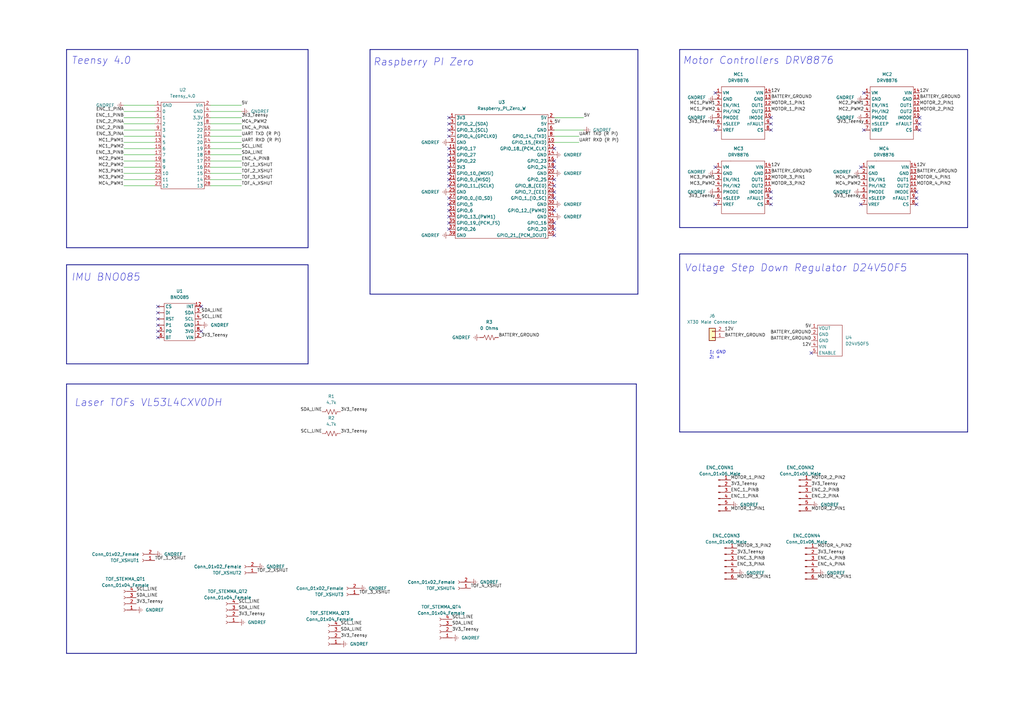
<source format=kicad_sch>
(kicad_sch (version 20211123) (generator eeschema)
  (paper "A3")
  (lib_symbols
    (symbol "Connector:Conn_01x02_Female" (pin_names (offset 1.016) hide)
      (property "Reference" "J" (at 0 2.54 0))
      (property "Value" "Conn_01x02_Female" (at 0 -5.08 0))
      (symbol "Conn_01x02_Female_1_1"
        (arc (start 0 -2.032) (mid -0.508 -2.54) (end 0 -3.048) (stroke (width 0.1524)))
        (polyline (pts (xy -1.27 -2.54) (xy -0.508 -2.54)) (stroke (width 0.1524)))
        (polyline (pts (xy -1.27 0) (xy -0.508 0)) (stroke (width 0.1524)))
        (arc (start 0 0.508) (mid -0.508 0) (end 0 -0.508) (stroke (width 0.1524)))
        (pin passive line (at -5.08 0 0) (length 3.81) (name "Pin_1") (number "1"))
        (pin passive line (at -5.08 -2.54 0) (length 3.81) (name "Pin_2") (number "2"))
      )
    )
    (symbol "Connector:Conn_01x04_Female" (pin_names (offset 1.016) hide)
      (property "Reference" "J" (at 0 5.08 0))
      (property "Value" "Conn_01x04_Female" (at 0 -7.62 0))
      (symbol "Conn_01x04_Female_1_1"
        (arc (start 0 -4.572) (mid -0.508 -5.08) (end 0 -5.588) (stroke (width 0.1524)))
        (arc (start 0 -2.032) (mid -0.508 -2.54) (end 0 -3.048) (stroke (width 0.1524)))
        (polyline (pts (xy -1.27 -5.08) (xy -0.508 -5.08)) (stroke (width 0.1524)))
        (polyline (pts (xy -1.27 -2.54) (xy -0.508 -2.54)) (stroke (width 0.1524)))
        (polyline (pts (xy -1.27 0) (xy -0.508 0)) (stroke (width 0.1524)))
        (polyline (pts (xy -1.27 2.54) (xy -0.508 2.54)) (stroke (width 0.1524)))
        (arc (start 0 0.508) (mid -0.508 0) (end 0 -0.508) (stroke (width 0.1524)))
        (arc (start 0 3.048) (mid -0.508 2.54) (end 0 2.032) (stroke (width 0.1524)))
        (pin passive line (at -5.08 2.54 0) (length 3.81) (name "Pin_1") (number "1"))
        (pin passive line (at -5.08 0 0) (length 3.81) (name "Pin_2") (number "2"))
        (pin passive line (at -5.08 -2.54 0) (length 3.81) (name "Pin_3") (number "3"))
        (pin passive line (at -5.08 -5.08 0) (length 3.81) (name "Pin_4") (number "4"))
      )
    )
    (symbol "Connector:Conn_01x06_Male" (pin_names (offset 1.016) hide)
      (property "Reference" "J" (at 0 7.62 0))
      (property "Value" "Conn_01x06_Male" (at 0 -10.16 0))
      (symbol "Conn_01x06_Male_1_1"
        (polyline (pts (xy 1.27 -7.62) (xy 0.8636 -7.62)) (stroke (width 0.1524)))
        (polyline (pts (xy 1.27 -5.08) (xy 0.8636 -5.08)) (stroke (width 0.1524)))
        (polyline (pts (xy 1.27 -2.54) (xy 0.8636 -2.54)) (stroke (width 0.1524)))
        (polyline (pts (xy 1.27 0) (xy 0.8636 0)) (stroke (width 0.1524)))
        (polyline (pts (xy 1.27 2.54) (xy 0.8636 2.54)) (stroke (width 0.1524)))
        (polyline (pts (xy 1.27 5.08) (xy 0.8636 5.08)) (stroke (width 0.1524)))
        (rectangle (start 0.8636 -7.493) (end 0 -7.747) (stroke (width 0.1524)) (fill (type outline)))
        (rectangle (start 0.8636 -4.953) (end 0 -5.207) (stroke (width 0.1524)) (fill (type outline)))
        (rectangle (start 0.8636 -2.413) (end 0 -2.667) (stroke (width 0.1524)) (fill (type outline)))
        (rectangle (start 0.8636 0.127) (end 0 -0.127) (stroke (width 0.1524)) (fill (type outline)))
        (rectangle (start 0.8636 2.667) (end 0 2.413) (stroke (width 0.1524)) (fill (type outline)))
        (rectangle (start 0.8636 5.207) (end 0 4.953) (stroke (width 0.1524)) (fill (type outline)))
        (pin passive line (at 5.08 5.08 180) (length 3.81) (name "Pin_1") (number "1"))
        (pin passive line (at 5.08 2.54 180) (length 3.81) (name "Pin_2") (number "2"))
        (pin passive line (at 5.08 0 180) (length 3.81) (name "Pin_3") (number "3"))
        (pin passive line (at 5.08 -2.54 180) (length 3.81) (name "Pin_4") (number "4"))
        (pin passive line (at 5.08 -5.08 180) (length 3.81) (name "Pin_5") (number "5"))
        (pin passive line (at 5.08 -7.62 180) (length 3.81) (name "Pin_6") (number "6"))
      )
    )
    (symbol "Connector_Generic:Conn_01x02" (pin_names (offset 1.016) hide)
      (property "Reference" "J" (at 0 2.54 0))
      (property "Value" "Conn_01x02" (at 0 -5.08 0))
      (symbol "Conn_01x02_1_1"
        (rectangle (start -1.27 -2.413) (end 0 -2.667) (stroke (width 0.1524)))
        (rectangle (start -1.27 0.127) (end 0 -0.127) (stroke (width 0.1524)))
        (rectangle (start -1.27 1.27) (end 1.27 -3.81) (stroke (width 0.254)) (fill (type background)))
        (pin passive line (at -5.08 0 0) (length 3.81) (name "Pin_1") (number "1"))
        (pin passive line (at -5.08 -2.54 0) (length 3.81) (name "Pin_2") (number "2"))
      )
    )
    (symbol "DRV8876_1"
      (property "Reference" "MC1" (at -8.255 -3.81 0))
      (property "Value" "DRV8876_1" (at -8.255 -6.35 0))
      (symbol "DRV8876_1_0_1"
        (rectangle (start -19.05 -16.51) (end -19.05 -16.51))
        (rectangle (start -15.24 -8.89) (end -15.24 -8.89))
        (rectangle (start -15.24 -8.89) (end 2.54 -30.48))
        (rectangle (start -11.43 -17.78) (end -11.43 -17.78))
        (rectangle (start -11.43 -8.89) (end -11.43 -8.89))
      )
      (symbol "DRV8876_1_1_1"
        (pin power_in line (at -17.78 -11.43 0) (length 2.54) (name "VM") (number "1"))
        (pin input line (at 5.08 -21.59 180) (length 2.54) (name "IMODE") (number "10"))
        (pin output line (at 5.08 -19.05 180) (length 2.54) (name "OUT2") (number "11"))
        (pin output line (at 5.08 -16.51 180) (length 2.54) (name "OUT1") (number "12"))
        (pin power_out line (at 5.08 -13.97 180) (length 2.54) (name "GND") (number "13"))
        (pin power_in line (at 5.08 -11.43 180) (length 2.54) (name "VIN") (number "14"))
        (pin power_out line (at -17.78 -13.97 0) (length 2.54) (name "GND") (number "2"))
        (pin input line (at -17.78 -16.51 0) (length 2.54) (name "EN/IN1") (number "3"))
        (pin input line (at -17.78 -19.05 0) (length 2.54) (name "PH/IN2") (number "4"))
        (pin input line (at -17.78 -21.59 0) (length 2.54) (name "PMODE") (number "5"))
        (pin input line (at -17.78 -24.13 0) (length 2.54) (name "nSLEEP") (number "6"))
        (pin input line (at -17.78 -26.67 0) (length 2.54) (name "VREF") (number "7"))
        (pin input line (at 5.08 -26.67 180) (length 2.54) (name "CS") (number "8"))
        (pin open_emitter line (at 5.08 -24.13 180) (length 2.54) (name "nFAULT") (number "9"))
      )
    )
    (symbol "Device:R_US" (pin_numbers hide) (pin_names (offset 0))
      (property "Reference" "R" (at 2.54 0 90))
      (property "Value" "R_US" (at -2.54 0 90))
      (symbol "R_US_0_1"
        (polyline (pts (xy 0 -2.286) (xy 0 -2.54)))
        (polyline (pts (xy 0 2.286) (xy 0 2.54)))
        (polyline (pts (xy 0 -0.762) (xy 1.016 -1.143) (xy 0 -1.524) (xy -1.016 -1.905) (xy 0 -2.286)))
        (polyline (pts (xy 0 0.762) (xy 1.016 0.381) (xy 0 0) (xy -1.016 -0.381) (xy 0 -0.762)))
        (polyline (pts (xy 0 2.286) (xy 1.016 1.905) (xy 0 1.524) (xy -1.016 1.143) (xy 0 0.762)))
      )
      (symbol "R_US_1_1"
        (pin passive line (at 0 3.81 270) (length 1.27) (name "~") (number "1"))
        (pin passive line (at 0 -3.81 90) (length 1.27) (name "~") (number "2"))
      )
    )
    (symbol "board1_libs:BNO085"
      (property "Reference" "U1" (at 0 3.81 0))
      (property "Value" "BNO085" (at 0 1.27 0))
      (symbol "BNO085_0_1"
        (rectangle (start -6.35 -1.27) (end 6.35 -16.51))
      )
      (symbol "BNO085_1_1"
        (pin input line (at -8.89 -2.54 0) (length 2.54) (name "CS") (number ""))
        (pin input line (at -8.89 -5.08 0) (length 2.54) (name "DI") (number ""))
        (pin input line (at -8.89 -10.16 0) (length 2.54) (name "P1") (number ""))
        (pin input line (at -8.89 -7.62 0) (length 2.54) (name "RST") (number ""))
        (pin input line (at 8.89 -10.16 180) (length 2.54) (name "GND") (number "1"))
        (pin input line (at 8.89 -2.54 180) (length 2.54) (name "INT") (number "12"))
        (pin input line (at 8.89 -15.24 180) (length 2.54) (name "VIN") (number "2"))
        (pin bidirectional line (at 8.89 -5.08 180) (length 2.54) (name "SDA") (number "3"))
        (pin bidirectional line (at 8.89 -7.62 180) (length 2.54) (name "SCL") (number "4"))
        (pin input line (at -8.89 -12.7 0) (length 2.54) (name "P0") (number "5"))
        (pin input line (at -8.89 -15.24 0) (length 2.54) (name "BT") (number "6"))
        (pin input line (at 8.89 -12.7 180) (length 2.54) (name "3V0") (number "8"))
      )
    )
    (symbol "board1_libs:D24V50F5"
      (property "Reference" "U" (at 0 2.54 0))
      (property "Value" "D24V50F5" (at 0 5.08 0))
      (symbol "D24V50F5_0_1"
        (rectangle (start -5.08 1.27) (end 5.08 -11.43))
      )
      (symbol "D24V50F5_1_1"
        (pin output line (at -7.62 0 0) (length 2.54) (name "VOUT") (number "1"))
        (pin output line (at -7.62 -2.54 0) (length 2.54) (name "GND") (number "2"))
        (pin output line (at -7.62 -5.08 0) (length 2.54) (name "GND") (number "3"))
        (pin input line (at -7.62 -7.62 0) (length 2.54) (name "VIN") (number "4"))
        (pin input line (at -7.62 -10.16 0) (length 2.54) (name "ENABLE") (number "5"))
      )
    )
    (symbol "board1_libs:Raspberry_PI_Zero_W"
      (property "Reference" "U3" (at 0 3.81 0))
      (property "Value" "Raspberry_PI_Zero_W" (at 0 1.27 0))
      (symbol "Raspberry_PI_Zero_W_0_1"
        (rectangle (start -19.05 -1.27) (end 19.05 -52.07))
      )
      (symbol "Raspberry_PI_Zero_W_1_1"
        (pin input line (at -21.59 -2.54 0) (length 2.54) (name "3V3") (number "1"))
        (pin input line (at 21.59 -12.7 180) (length 2.54) (name "GPIO_15_(RXD)") (number "10"))
        (pin input line (at -21.59 -15.24 0) (length 2.54) (name "GPIO_17") (number "11"))
        (pin input line (at 21.59 -15.24 180) (length 2.54) (name "GPIO_18_(PCM_CLK)") (number "12"))
        (pin input line (at -21.59 -17.78 0) (length 2.54) (name "GPIO_27") (number "13"))
        (pin input line (at 21.59 -17.78 180) (length 2.54) (name "GND") (number "14"))
        (pin input line (at -21.59 -20.32 0) (length 2.54) (name "GPIO_22") (number "15"))
        (pin input line (at 21.59 -20.32 180) (length 2.54) (name "GPIO_23") (number "16"))
        (pin input line (at -21.59 -22.86 0) (length 2.54) (name "3V3") (number "17"))
        (pin input line (at 21.59 -22.86 180) (length 2.54) (name "GPIO_24") (number "18"))
        (pin input line (at -21.59 -25.4 0) (length 2.54) (name "GPIO_10_(MOSI)") (number "19"))
        (pin input line (at 21.59 -2.54 180) (length 2.54) (name "5V") (number "2"))
        (pin input line (at 21.59 -25.4 180) (length 2.54) (name "GND") (number "20"))
        (pin input line (at -21.59 -27.94 0) (length 2.54) (name "GPIO_9_(MISO)") (number "21"))
        (pin input line (at 21.59 -27.94 180) (length 2.54) (name "GPIO_25") (number "22"))
        (pin input line (at -21.59 -30.48 0) (length 2.54) (name "GPIO_11_(SCLK)") (number "23"))
        (pin input line (at 21.59 -30.48 180) (length 2.54) (name "GPIO_8_(CE0)") (number "24"))
        (pin input line (at -21.59 -33.02 0) (length 2.54) (name "GND") (number "25"))
        (pin input line (at 21.59 -33.02 180) (length 2.54) (name "GPIO_7_(CE1)") (number "26"))
        (pin input line (at -21.59 -35.56 0) (length 2.54) (name "GPIO_0_(ID_SD)") (number "27"))
        (pin input line (at 21.59 -35.56 180) (length 2.54) (name "GPIO_1_(ID_SC)") (number "28"))
        (pin input line (at -21.59 -38.1 0) (length 2.54) (name "GPIO_5") (number "29"))
        (pin input line (at -21.59 -5.08 0) (length 2.54) (name "GPIO_2_(SDA)") (number "3"))
        (pin input line (at 21.59 -38.1 180) (length 2.54) (name "GND") (number "30"))
        (pin input line (at -21.59 -40.64 0) (length 2.54) (name "GPIO_6") (number "31"))
        (pin input line (at 21.59 -40.64 180) (length 2.54) (name "GPIO_12_(PWM0)") (number "32"))
        (pin input line (at -21.59 -43.18 0) (length 2.54) (name "GPIO_13_(PWM1)") (number "33"))
        (pin input line (at 21.59 -43.18 180) (length 2.54) (name "GND") (number "34"))
        (pin input line (at -21.59 -45.72 0) (length 2.54) (name "GPIO_19_(PCM_FS)") (number "35"))
        (pin input line (at 21.59 -45.72 180) (length 2.54) (name "GPIO_16") (number "36"))
        (pin input line (at -21.59 -48.26 0) (length 2.54) (name "GPIO_26") (number "37"))
        (pin input line (at 21.59 -48.26 180) (length 2.54) (name "GPIO_20") (number "38"))
        (pin input line (at -21.59 -50.8 0) (length 2.54) (name "GND") (number "39"))
        (pin input line (at 21.59 -5.08 180) (length 2.54) (name "5V") (number "4"))
        (pin input line (at 21.59 -50.8 180) (length 2.54) (name "GPIO_21_(PCM_DOUT)") (number "40"))
        (pin input line (at -21.59 -7.62 0) (length 2.54) (name "GPIO_3_(SCL)") (number "5"))
        (pin input line (at 21.59 -7.62 180) (length 2.54) (name "GND") (number "6"))
        (pin input line (at -21.59 -10.16 0) (length 2.54) (name "GPIO_4_(GPCLK0)") (number "7"))
        (pin input line (at 21.59 -10.16 180) (length 2.54) (name "GPIO_14_(TXD)") (number "8"))
        (pin input line (at -21.59 -12.7 0) (length 2.54) (name "GND") (number "9"))
      )
    )
    (symbol "board1_libs:Teensy_4.0"
      (property "Reference" "U2" (at 0 2.54 0))
      (property "Value" "Teensy_4.0" (at 0 0 0))
      (symbol "Teensy_4.0_0_1"
        (rectangle (start -8.89 -2.54) (end 8.89 -38.1))
      )
      (symbol "Teensy_4.0_1_0"
        (pin input line (at 11.43 -6.35 180) (length 2.54) (name "GND") (number "4"))
      )
      (symbol "Teensy_4.0_1_1"
        (pin input line (at -11.43 -3.81 0) (length 2.54) (name "GND") (number "1"))
        (pin input line (at 11.43 -13.97 180) (length 2.54) (name "22") (number "10"))
        (pin input line (at -11.43 -16.51 0) (length 2.54) (name "4") (number "11"))
        (pin input line (at 11.43 -16.51 180) (length 2.54) (name "21") (number "12"))
        (pin input line (at -11.43 -19.05 0) (length 2.54) (name "5") (number "13"))
        (pin input line (at 11.43 -19.05 180) (length 2.54) (name "20") (number "14"))
        (pin input line (at -11.43 -21.59 0) (length 2.54) (name "6") (number "15"))
        (pin input line (at 11.43 -21.59 180) (length 2.54) (name "19") (number "16"))
        (pin input line (at -11.43 -24.13 0) (length 2.54) (name "7") (number "17"))
        (pin input line (at 11.43 -24.13 180) (length 2.54) (name "18") (number "18"))
        (pin input line (at -11.43 -26.67 0) (length 2.54) (name "8") (number "19"))
        (pin input line (at 11.43 -3.81 180) (length 2.54) (name "Vin") (number "2"))
        (pin input line (at 11.43 -26.67 180) (length 2.54) (name "17") (number "20"))
        (pin input line (at -11.43 -29.21 0) (length 2.54) (name "9") (number "21"))
        (pin input line (at 11.43 -29.21 180) (length 2.54) (name "16") (number "22"))
        (pin input line (at -11.43 -31.75 0) (length 2.54) (name "10") (number "23"))
        (pin input line (at 11.43 -31.75 180) (length 2.54) (name "15") (number "24"))
        (pin input line (at -11.43 -34.29 0) (length 2.54) (name "11") (number "25"))
        (pin input line (at 11.43 -34.29 180) (length 2.54) (name "14") (number "26"))
        (pin input line (at -11.43 -36.83 0) (length 2.54) (name "12") (number "27"))
        (pin input line (at 11.43 -36.83 180) (length 2.54) (name "13") (number "28"))
        (pin input line (at -11.43 -6.35 0) (length 2.54) (name "0") (number "3"))
        (pin input line (at -11.43 -8.89 0) (length 2.54) (name "1") (number "5"))
        (pin input line (at 11.43 -8.89 180) (length 2.54) (name "3.3V") (number "6"))
        (pin input line (at -11.43 -11.43 0) (length 2.54) (name "2") (number "7"))
        (pin input line (at 11.43 -11.43 180) (length 2.54) (name "23") (number "8"))
        (pin input line (at -11.43 -13.97 0) (length 2.54) (name "3") (number "9"))
      )
    )
    (symbol "power:GNDREF" (power) (pin_names (offset 0))
      (property "Value" "GNDREF" (at 0 -3.81 0))
      (symbol "GNDREF_0_1"
        (polyline (pts (xy -0.635 -1.905) (xy 0.635 -1.905)))
        (polyline (pts (xy -0.127 -2.54) (xy 0.127 -2.54)))
        (polyline (pts (xy 0 -1.27) (xy 0 0)))
        (polyline (pts (xy 1.27 -1.27) (xy -1.27 -1.27)))
      )
      (symbol "GNDREF_1_1"
        (pin power_in line (at 0 0 270) (length 0) hide (name "GNDREF") (number "1"))
      )
    )
  )
  (no_connect (at 354.33 38.1))
  (no_connect (at 316.23 78.74))
  (no_connect (at 354.33 53.34))
  (no_connect (at 377.19 48.26))
  (no_connect (at 184.15 50.8))
  (no_connect (at 184.15 53.34))
  (no_connect (at 227.33 93.98))
  (no_connect (at 293.37 38.1))
  (no_connect (at 316.23 53.34))
  (no_connect (at 316.23 50.8))
  (no_connect (at 293.37 53.34))
  (no_connect (at 184.15 86.36))
  (no_connect (at 184.15 83.82))
  (no_connect (at 227.33 91.44))
  (no_connect (at 332.74 144.78))
  (no_connect (at 316.23 83.82))
  (no_connect (at 316.23 48.26))
  (no_connect (at 64.77 135.89))
  (no_connect (at 64.77 138.43))
  (no_connect (at 64.77 130.81))
  (no_connect (at 64.77 128.27))
  (no_connect (at 64.77 133.35))
  (no_connect (at 82.55 135.89))
  (no_connect (at 64.77 125.73))
  (no_connect (at 375.92 81.28))
  (no_connect (at 377.19 53.34))
  (no_connect (at 375.92 78.74))
  (no_connect (at 377.19 50.8))
  (no_connect (at 375.92 83.82))
  (no_connect (at 316.23 81.28))
  (no_connect (at 353.06 83.82))
  (no_connect (at 293.37 68.58))
  (no_connect (at 227.33 96.52))
  (no_connect (at 184.15 48.26))
  (no_connect (at 184.15 88.9))
  (no_connect (at 184.15 91.44))
  (no_connect (at 184.15 93.98))
  (no_connect (at 184.15 60.96))
  (no_connect (at 184.15 55.88))
  (no_connect (at 184.15 76.2))
  (no_connect (at 184.15 81.28))
  (no_connect (at 184.15 68.58))
  (no_connect (at 184.15 66.04))
  (no_connect (at 184.15 63.5))
  (no_connect (at 184.15 71.12))
  (no_connect (at 184.15 73.66))
  (no_connect (at 227.33 68.58))
  (no_connect (at 227.33 66.04))
  (no_connect (at 227.33 60.96))
  (no_connect (at 227.33 81.28))
  (no_connect (at 227.33 78.74))
  (no_connect (at 227.33 76.2))
  (no_connect (at 227.33 86.36))
  (no_connect (at 227.33 73.66))
  (no_connect (at 353.06 68.58))
  (no_connect (at 293.37 83.82))
  (no_connect (at 82.55 125.73))
  (wire (pts (xy 86.36 55.88) (xy 99.06 55.88)))
  (wire (pts (xy 227.33 48.26) (xy 239.395 48.26)))
  (bus (pts (xy 278.765 20.32) (xy 278.765 93.345)))
  (bus (pts (xy 126.365 149.225) (xy 27.305 149.225)))
  (bus (pts (xy 126.365 101.6) (xy 27.305 101.6)))
  (wire (pts (xy 50.8 76.2) (xy 63.5 76.2)))
  (bus (pts (xy 278.765 104.14) (xy 278.765 177.165)))
  (wire (pts (xy 50.8 58.42) (xy 63.5 58.42)))
  (bus (pts (xy 27.305 20.32) (xy 126.365 20.32)))
  (wire (pts (xy 86.36 63.5) (xy 99.06 63.5)))
  (bus (pts (xy 396.875 177.165) (xy 278.765 177.165)))
  (wire (pts (xy 50.8 48.26) (xy 63.5 48.26)))
  (wire (pts (xy 86.36 50.8) (xy 99.06 50.8)))
  (bus (pts (xy 260.985 157.48) (xy 260.985 267.97)))
  (bus (pts (xy 278.765 104.14) (xy 396.875 104.14)))
  (wire (pts (xy 86.36 60.96) (xy 99.06 60.96)))
  (bus (pts (xy 151.765 120.65) (xy 151.765 20.32)))
  (bus (pts (xy 151.765 20.32) (xy 261.62 20.32)))
  (wire (pts (xy 86.36 53.34) (xy 99.06 53.34)))
  (bus (pts (xy 261.62 120.65) (xy 151.765 120.65)))
  (wire (pts (xy 50.8 60.96) (xy 63.5 60.96)))
  (wire (pts (xy 86.36 66.04) (xy 99.06 66.04)))
  (wire (pts (xy 50.8 53.34) (xy 63.5 53.34)))
  (bus (pts (xy 27.305 108.585) (xy 27.305 149.225)))
  (bus (pts (xy 260.985 267.97) (xy 27.305 267.97)))
  (bus (pts (xy 396.875 20.32) (xy 396.875 93.345)))
  (wire (pts (xy 86.36 68.58) (xy 99.06 68.58)))
  (bus (pts (xy 396.875 104.14) (xy 396.875 177.165)))
  (wire (pts (xy 50.8 63.5) (xy 63.5 63.5)))
  (bus (pts (xy 126.365 20.32) (xy 126.365 101.6)))
  (wire (pts (xy 50.8 71.12) (xy 63.5 71.12)))
  (bus (pts (xy 27.305 157.48) (xy 260.985 157.48)))
  (bus (pts (xy 261.62 20.32) (xy 261.62 120.65)))
  (wire (pts (xy 50.8 68.58) (xy 63.5 68.58)))
  (wire (pts (xy 50.8 55.88) (xy 63.5 55.88)))
  (wire (pts (xy 86.36 58.42) (xy 99.06 58.42)))
  (bus (pts (xy 396.875 20.32) (xy 278.765 20.32)))
  (bus (pts (xy 27.305 108.585) (xy 126.365 108.585)))
  (wire (pts (xy 227.33 53.34) (xy 239.395 53.34)))
  (wire (pts (xy 86.36 71.12) (xy 99.06 71.12)))
  (wire (pts (xy 50.8 50.8) (xy 63.5 50.8)))
  (bus (pts (xy 27.305 157.48) (xy 27.305 267.97)))
  (bus (pts (xy 27.305 101.6) (xy 27.305 20.32)))
  (wire (pts (xy 227.33 55.88) (xy 237.49 55.88)))
  (bus (pts (xy 126.365 108.585) (xy 126.365 149.225)))
  (wire (pts (xy 86.36 76.2) (xy 99.06 76.2)))
  (wire (pts (xy 50.8 66.04) (xy 63.5 66.04)))
  (wire (pts (xy 86.36 43.18) (xy 99.06 43.18)))
  (bus (pts (xy 278.765 93.345) (xy 396.875 93.345)))
  (wire (pts (xy 227.33 58.42) (xy 237.49 58.42)))
  (wire (pts (xy 86.36 73.66) (xy 99.06 73.66)))
  (wire (pts (xy 86.36 48.26) (xy 99.06 48.26)))
  (wire (pts (xy 50.8 73.66) (xy 63.5 73.66)))
  (wire (pts (xy 50.8 45.72) (xy 63.5 45.72)))
  (wire (pts (xy 50.8 43.18) (xy 63.5 43.18)))
  (wire (pts (xy 86.36 45.72) (xy 99.06 45.72)))
  (text "Laser TOFs VL53L4CXV0DH" (at 30.48 167.005 0) (effects (font (size 3 3) italic) (justify left bottom)))
  (text "Teensy 4.0" (at 29.21 26.67 0) (effects (font (size 3 3) italic) (justify left bottom)))
  (text "1: GND\n2: +" (at 290.83 147.32 0) (effects (font (size 1.27 1.27) italic) (justify left bottom)))
  (text "Motor Controllers DRV8876" (at 280.035 26.67 0) (effects (font (size 3 3) italic) (justify left bottom)))
  (text "Raspberry PI Zero" (at 153.035 27.305 0) (effects (font (size 3 3) italic) (justify left bottom)))
  (text "IMU BNO085\n" (at 29.21 115.57 0) (effects (font (size 3 3) italic) (justify left bottom)))
  (text "Voltage Step Down Regulator D24V50F5" (at 280.67 111.76 0) (effects (font (size 3 3) italic) (justify left bottom)))
  (label "MC1_PWM2" (at 50.8 60.96 180))
  (label "TOF_3_XSHUT" (at 147.32 243.84 0))
  (label "TOF_1_XSHUT" (at 63.5 229.87 0))
  (label "MOTOR_1_PIN1" (at 316.23 43.18 0))
  (label "3V3_Teensy" (at 185.42 259.08 0))
  (label "MOTOR_2_PIN2" (at 377.19 45.72 0))
  (label "BATTERY_GROUND" (at 297.18 138.43 0))
  (label "SDA_LINE" (at 55.88 245.11 0))
  (label "3V3_Teensy" (at 335.28 227.33 0))
  (label "TOF_4_XSHUT" (at 193.04 241.3 0))
  (label "12V" (at 316.23 38.1 0))
  (label "ENC_3_PINA" (at 50.8 55.88 180))
  (label "TOF_2_XSHUT" (at 99.06 71.12 0))
  (label "MOTOR_1_PIN1" (at 299.72 209.55 0))
  (label "MC2_PWM1" (at 354.33 43.18 180))
  (label "BATTERY_GROUND" (at 377.19 40.64 0))
  (label "MOTOR_2_PIN1" (at 377.19 43.18 0))
  (label "MC3_PWM2" (at 293.37 76.2 180))
  (label "MOTOR_3_PIN2" (at 316.23 76.2 0))
  (label "BATTERY_GROUND" (at 375.92 71.12 0))
  (label "ENC_1_PINA" (at 299.72 204.47 0))
  (label "TOF_4_XSHUT" (at 99.06 76.2 0))
  (label "5V" (at 227.33 50.8 0))
  (label "BATTERY_GROUND" (at 316.23 40.64 0))
  (label "MC3_PWM1" (at 50.8 71.12 180))
  (label "ENC_4_PINB" (at 99.06 66.04 0))
  (label "MOTOR_2_PIN2" (at 332.74 196.85 0))
  (label "SCL_LINE" (at 99.06 60.96 0))
  (label "3V3_Teensy" (at 82.55 138.43 0))
  (label "MOTOR_3_PIN2" (at 302.26 224.79 0))
  (label "ENC_4_PINA" (at 335.28 232.41 0))
  (label "UART TXD (R PI)" (at 99.06 55.88 0))
  (label "MOTOR_3_PIN1" (at 302.26 237.49 0))
  (label "UART RXD (R PI)" (at 237.49 58.42 0))
  (label "3V3_Teensy" (at 139.7 261.62 0))
  (label "ENC_1_PINB" (at 50.8 48.26 180))
  (label "5V" (at 239.395 48.26 0))
  (label "MOTOR_1_PIN2" (at 299.72 196.85 0))
  (label "SCL_LINE" (at 185.42 254 0))
  (label "UART RXD (R PI)" (at 99.06 58.42 0))
  (label "MC4_PWM1" (at 50.8 76.2 180))
  (label "SDA_LINE" (at 82.55 128.27 0))
  (label "MOTOR_3_PIN1" (at 316.23 73.66 0))
  (label "MC4_PWM1" (at 353.06 73.66 180))
  (label "MOTOR_4_PIN1" (at 335.28 237.49 0))
  (label "3V3_Teensy" (at 353.06 81.28 180))
  (label "3V3_Teensy" (at 139.7 177.8 0))
  (label "5V" (at 99.06 43.18 0))
  (label "3V3_Teensy" (at 293.37 50.8 180))
  (label "BATTERY_GROUND" (at 332.74 139.7 180))
  (label "ENC_2_PINB" (at 50.8 53.34 180))
  (label "TOF_3_XSHUT" (at 99.06 73.66 0))
  (label "ENC_2_PINA" (at 50.8 50.8 180))
  (label "5V" (at 332.74 134.62 180))
  (label "SDA_LINE" (at 97.79 250.19 0))
  (label "SDA_LINE" (at 132.08 168.91 180))
  (label "SCL_LINE" (at 97.79 247.65 0))
  (label "12V" (at 297.18 135.89 0))
  (label "3V3_Teensy" (at 293.37 81.28 180))
  (label "3V3_Teensy" (at 55.88 247.65 0))
  (label "3V3_Teensy" (at 302.26 227.33 0))
  (label "MC1_PWM1" (at 50.8 58.42 180))
  (label "ENC_2_PINB" (at 332.74 201.93 0))
  (label "MOTOR_4_PIN1" (at 375.92 73.66 0))
  (label "ENC_3_PINB" (at 302.26 229.87 0))
  (label "MC2_PWM2" (at 50.8 68.58 180))
  (label "12V" (at 332.74 142.24 180))
  (label "SDA_LINE" (at 139.7 259.08 0))
  (label "SDA_LINE" (at 185.42 256.54 0))
  (label "UART TXD (R PI)" (at 237.49 55.88 0))
  (label "MC3_PWM2" (at 50.8 73.66 180))
  (label "ENC_1_PINA" (at 50.8 45.72 180))
  (label "SCL_LINE" (at 132.08 177.8 180))
  (label "BATTERY_GROUND" (at 332.74 137.16 180))
  (label "SCL_LINE" (at 55.88 242.57 0))
  (label "SDA_LINE" (at 99.06 63.5 0))
  (label "BATTERY_GROUND" (at 204.47 138.43 0))
  (label "MC4_PWM2" (at 99.06 50.8 0))
  (label "ENC_4_PINB" (at 335.28 229.87 0))
  (label "MC2_PWM1" (at 50.8 66.04 180))
  (label "MC1_PWM2" (at 293.37 45.72 180))
  (label "MC2_PWM2" (at 354.33 45.72 180))
  (label "3V3_Teensy" (at 332.74 199.39 0))
  (label "12V" (at 316.23 68.58 0))
  (label "BATTERY_GROUND" (at 316.23 71.12 0))
  (label "ENC_2_PINA" (at 332.74 204.47 0))
  (label "ENC_3_PINB" (at 50.8 63.5 180))
  (label "ENC_4_PINA" (at 99.06 53.34 0))
  (label "ENC_1_PINB" (at 299.72 201.93 0))
  (label "TOF_2_XSHUT" (at 105.41 234.95 0))
  (label "3V3_Teensy" (at 354.33 50.8 180))
  (label "12V" (at 375.92 68.58 0))
  (label "MOTOR_4_PIN2" (at 375.92 76.2 0))
  (label "MC3_PWM1" (at 293.37 73.66 180))
  (label "SCL_LINE" (at 139.7 256.54 0))
  (label "MC4_PWM2" (at 353.06 76.2 180))
  (label "SCL_LINE" (at 82.55 130.81 0))
  (label "MOTOR_2_PIN1" (at 332.74 209.55 0))
  (label "3V3_Teensy" (at 299.72 199.39 0))
  (label "MC1_PWM1" (at 293.37 43.18 180))
  (label "MOTOR_1_PIN2" (at 316.23 45.72 0))
  (label "3V3_Teensy" (at 99.06 48.26 0))
  (label "12V" (at 377.19 38.1 0))
  (label "TOF_1_XSHUT" (at 99.06 68.58 0))
  (label "3V3_Teensy" (at 97.79 252.73 0))
  (label "MOTOR_4_PIN2" (at 335.28 224.79 0))
  (label "3V3_Teensy" (at 139.7 168.91 0))
  (label "ENC_3_PINA" (at 302.26 232.41 0))
  (symbol (lib_id "power:GNDREF") (at 184.15 96.52 270) (unit 1)
    (property "Reference" "#PWR0118" (effects hide))
    (property "Value" "GNDREF" (at 180.34 96.5199 90) (effects (justify right)))
  )
  (symbol (lib_id "Connector:Conn_01x02_Female") (at 58.42 229.87 180) (unit 1)
    (property "Reference" "TOF_XSHUT1" (at 57.15 229.8701 0) (effects (justify left)))
    (property "Value" "Conn_01x02_Female" (at 57.15 227.33 0) (effects (justify left)))
    (property "Footprint" "Connector_PinSocket_2.54mm:PinSocket_1x02_P2.54mm_Vertical" (effects hide))
  )
  (symbol (lib_id "power:GNDREF") (at 139.7 264.16 90) (unit 1)
    (property "Reference" "#PWR011" (effects hide))
    (property "Value" "GNDREF" (at 143.51 264.1599 90) (effects (justify right)))
  )
  (symbol (lib_id "power:GNDREF") (at 227.33 83.82 90) (unit 1)
    (property "Reference" "#PWR0116" (effects hide))
    (property "Value" "GNDREF" (at 231.14 83.8199 90) (effects (justify right)))
  )
  (symbol (lib_id "Connector:Conn_01x06_Male") (at 297.18 229.87 0) (unit 1)
    (property "Reference" "ENC_CONN3" (at 297.815 219.71 0))
    (property "Value" "Conn_01x06_Male" (at 297.815 222.25 0))
    (property "Footprint" "Connector_PinSocket_2.54mm:PinSocket_1x06_P2.54mm_Vertical" (effects hide))
  )
  (symbol (lib_id "power:GNDREF") (at 185.42 261.62 90) (unit 1)
    (property "Reference" "#PWR013" (effects hide))
    (property "Value" "GNDREF" (at 189.23 261.6199 90) (effects (justify right)))
  )
  (symbol (lib_id "power:GNDREF") (at 63.5 227.33 90) (unit 1)
    (property "Reference" "#PWR08" (effects hide))
    (property "Value" "GNDREF" (at 67.31 227.3299 90) (effects (justify right)))
  )
  (symbol (lib_id "power:GNDREF") (at 97.79 255.27 90) (unit 1)
    (property "Reference" "#PWR09" (effects hide))
    (property "Value" "GNDREF" (at 101.6 255.2699 90) (effects (justify right)))
  )
  (symbol (lib_id "Connector:Conn_01x02_Female") (at 187.96 241.3 180) (unit 1)
    (property "Reference" "TOF_XSHUT4" (at 186.69 241.3001 0) (effects (justify left)))
    (property "Value" "Conn_01x02_Female" (at 186.69 238.76 0) (effects (justify left)))
    (property "Footprint" "Connector_PinSocket_2.54mm:PinSocket_1x02_P2.54mm_Vertical" (effects hide))
  )
  (symbol (lib_id "Connector:Conn_01x02_Female") (at 142.24 243.84 180) (unit 1)
    (property "Reference" "TOF_XSHUT3" (at 140.97 243.8401 0) (effects (justify left)))
    (property "Value" "Conn_01x02_Female" (at 140.97 241.3 0) (effects (justify left)))
    (property "Footprint" "Connector_PinSocket_2.54mm:PinSocket_1x02_P2.54mm_Vertical" (effects hide))
  )
  (symbol (lib_id "power:GNDREF") (at 105.41 232.41 90) (unit 1)
    (property "Reference" "#PWR010" (effects hide))
    (property "Value" "GNDREF" (at 109.22 232.4099 90) (effects (justify right)))
  )
  (symbol (lib_id "Connector:Conn_01x04_Female") (at 50.8 247.65 180) (unit 1)
    (property "Reference" "TOF_STEMMA_QT1" (at 51.435 237.49 0))
    (property "Value" "Conn_01x04_Female" (at 51.435 240.03 0))
    (property "Footprint" "Connector_JST:JST_SH_BM04B-SRSS-TB_1x04-1MP_P1.00mm_Vertical" (effects hide))
  )
  (symbol (lib_id "power:GNDREF") (at 147.32 241.3 90) (unit 1)
    (property "Reference" "#PWR012" (effects hide))
    (property "Value" "GNDREF" (at 151.13 241.2999 90) (effects (justify right)))
  )
  (symbol (lib_id "power:GNDREF") (at 50.8 43.18 270) (unit 1)
    (property "Reference" "#PWR0103" (effects hide))
    (property "Value" "GNDREF" (at 46.99 43.1799 90) (effects (justify right)))
  )
  (symbol (lib_id "Connector:Conn_01x06_Male") (at 330.2 229.87 0) (unit 1)
    (property "Reference" "ENC_CONN4" (at 330.835 219.71 0))
    (property "Value" "Conn_01x06_Male" (at 330.835 222.25 0))
    (property "Footprint" "Connector_PinSocket_2.54mm:PinSocket_1x06_P2.54mm_Vertical" (effects hide))
  )
  (symbol (lib_id "power:GNDREF") (at 184.15 78.74 270) (unit 1)
    (property "Reference" "#PWR0119" (effects hide))
    (property "Value" "GNDREF" (at 180.34 78.7399 90) (effects (justify right)))
  )
  (symbol (lib_id "power:GNDREF") (at 82.55 133.35 90) (unit 1)
    (property "Reference" "#PWR0104" (effects hide))
    (property "Value" "GNDREF" (at 86.36 133.3499 90) (effects (justify right)))
  )
  (symbol (lib_id "power:GNDREF") (at 299.72 207.01 90) (unit 1)
    (property "Reference" "#PWR03" (effects hide))
    (property "Value" "GNDREF" (at 303.53 207.0099 90) (effects (justify right)))
  )
  (symbol (lib_id "power:GNDREF") (at 227.33 63.5 90) (unit 1)
    (property "Reference" "#PWR0112" (effects hide))
    (property "Value" "GNDREF" (at 231.14 63.4999 90) (effects (justify right)))
  )
  (symbol (lib_id "power:GNDREF") (at 293.37 48.26 270) (unit 1)
    (property "Reference" "#PWR0106" (effects hide))
    (property "Value" "GNDREF" (at 289.56 48.2599 90) (effects (justify right)))
  )
  (symbol (lib_id "power:GNDREF") (at 239.395 53.34 90) (unit 1)
    (property "Reference" "#PWR0107" (effects hide))
    (property "Value" "GNDREF" (at 243.205 53.3399 90) (effects (justify right)))
  )
  (symbol (lib_id "power:GNDREF") (at 227.33 71.12 90) (unit 1)
    (property "Reference" "#PWR0115" (effects hide))
    (property "Value" "GNDREF" (at 231.14 71.1199 90) (effects (justify right)))
  )
  (symbol (lib_name "DRV8876_1") (lib_id "board1_libs:DRV8876") (at 372.11 26.67 0) (unit 1)
    (property "Reference" "MC2" (at 363.855 30.48 0))
    (property "Value" "DRV8876" (at 363.855 33.02 0))
    (property "Footprint" "board1_footprints:DRV8876" (effects hide))
  )
  (symbol (lib_id "power:GNDREF") (at 353.06 78.74 270) (unit 1)
    (property "Reference" "#PWR0111" (effects hide))
    (property "Value" "GNDREF" (at 349.25 78.7399 90) (effects (justify right)))
  )
  (symbol (lib_id "board1_libs:Raspberry_PI_Zero_W") (at 205.74 45.72 0) (unit 1)
    (property "Reference" "U3" (at 205.74 41.91 0))
    (property "Value" "Raspberry_PI_Zero_W" (at 205.74 44.45 0))
    (property "Footprint" "board1_footprints:Raspberry Pi Zero W" (effects hide))
  )
  (symbol (lib_id "Connector:Conn_01x06_Male") (at 294.64 201.93 0) (unit 1)
    (property "Reference" "ENC_CONN1" (at 295.275 191.77 0))
    (property "Value" "Conn_01x06_Male" (at 295.275 194.31 0))
    (property "Footprint" "Connector_PinHeader_2.54mm:PinHeader_1x06_P2.54mm_Vertical" (effects hide))
  )
  (symbol (lib_name "DRV8876_1") (lib_id "board1_libs:DRV8876") (at 311.15 26.67 0) (unit 1)
    (property "Reference" "MC1" (at 302.895 30.48 0))
    (property "Value" "DRV8876" (at 302.895 33.02 0))
    (property "Footprint" "board1_footprints:DRV8876" (effects hide))
  )
  (symbol (lib_id "Connector_Generic:Conn_01x02") (at 292.1 138.43 180) (unit 1)
    (property "Reference" "J6" (at 292.1 129.54 0))
    (property "Value" "XT30 Male Connector" (at 292.1 132.08 0))
    (property "Footprint" "Connector_AMASS:AMASS_XT30U-M_1x02_P5.0mm_Vertical" (effects hide))
  )
  (symbol (lib_id "power:GNDREF") (at 293.37 40.64 270) (unit 1)
    (property "Reference" "#PWR0108" (effects hide))
    (property "Value" "GNDREF" (at 289.56 40.005 90) (effects (justify right)))
  )
  (symbol (lib_id "Connector:Conn_01x04_Female") (at 92.71 252.73 180) (unit 1)
    (property "Reference" "TOF_STEMMA_QT2" (at 93.345 242.57 0))
    (property "Value" "Conn_01x04_Female" (at 93.345 245.11 0))
    (property "Footprint" "Connector_JST:JST_SH_BM04B-SRSS-TB_1x04-1MP_P1.00mm_Vertical" (effects hide))
  )
  (symbol (lib_id "power:GNDREF") (at 293.37 71.12 270) (unit 1)
    (property "Reference" "#PWR0101" (effects hide))
    (property "Value" "GNDREF" (at 289.56 70.485 90) (effects (justify right)))
  )
  (symbol (lib_id "Connector:Conn_01x02_Female") (at 100.33 234.95 180) (unit 1)
    (property "Reference" "TOF_XSHUT2" (at 99.06 234.9501 0) (effects (justify left)))
    (property "Value" "Conn_01x02_Female" (at 99.06 232.41 0) (effects (justify left)))
    (property "Footprint" "Connector_PinSocket_2.54mm:PinSocket_1x02_P2.54mm_Vertical" (effects hide))
  )
  (symbol (lib_name "DRV8876_1") (lib_id "board1_libs:DRV8876") (at 370.84 57.15 0) (unit 1)
    (property "Reference" "MC4" (at 362.585 60.96 0))
    (property "Value" "DRV8876" (at 362.585 63.5 0))
    (property "Footprint" "board1_footprints:DRV8876" (effects hide))
  )
  (symbol (lib_id "Connector:Conn_01x06_Male") (at 327.66 201.93 0) (unit 1)
    (property "Reference" "ENC_CONN2" (at 328.295 191.77 0))
    (property "Value" "Conn_01x06_Male" (at 328.295 194.31 0))
    (property "Footprint" "Connector_PinSocket_2.54mm:PinSocket_1x06_P2.54mm_Vertical" (effects hide))
  )
  (symbol (lib_id "power:GNDREF") (at 184.15 58.42 270) (unit 1)
    (property "Reference" "#PWR0114" (effects hide))
    (property "Value" "GNDREF" (at 180.34 58.4199 90) (effects (justify right)))
  )
  (symbol (lib_id "power:GNDREF") (at 354.33 40.64 270) (unit 1)
    (property "Reference" "#PWR0105" (effects hide))
    (property "Value" "GNDREF" (at 350.52 40.005 90) (effects (justify right)))
  )
  (symbol (lib_id "power:GNDREF") (at 99.06 45.72 90) (unit 1)
    (property "Reference" "#PWR0113" (effects hide))
    (property "Value" "GNDREF" (at 102.87 45.7199 90) (effects (justify right)))
  )
  (symbol (lib_id "power:GNDREF") (at 332.74 207.01 90) (unit 1)
    (property "Reference" "#PWR05" (effects hide))
    (property "Value" "GNDREF" (at 336.55 207.0099 90) (effects (justify right)))
  )
  (symbol (lib_id "Device:R_US") (at 135.89 168.91 90) (unit 1)
    (property "Reference" "R1" (at 135.89 162.56 90))
    (property "Value" "4.7k" (at 135.89 165.1 90))
    (property "Footprint" "Resistor_SMD:R_0805_2012Metric" (effects hide))
  )
  (symbol (lib_id "power:GNDREF") (at 335.28 234.95 90) (unit 1)
    (property "Reference" "#PWR06" (effects hide))
    (property "Value" "GNDREF" (at 339.09 234.9499 90) (effects (justify right)))
  )
  (symbol (lib_id "Device:R_US") (at 200.66 138.43 90) (unit 1)
    (property "Reference" "R3" (at 200.66 132.08 90))
    (property "Value" "0 Ohms" (at 200.66 134.62 90))
    (property "Footprint" "Resistor_SMD:R_0805_2012Metric" (effects hide))
  )
  (symbol (lib_id "power:GNDREF") (at 193.04 238.76 90) (unit 1)
    (property "Reference" "#PWR014" (effects hide))
    (property "Value" "GNDREF" (at 196.85 238.7599 90) (effects (justify right)))
  )
  (symbol (lib_id "power:GNDREF") (at 227.33 88.9 90) (unit 1)
    (property "Reference" "#PWR0117" (effects hide))
    (property "Value" "GNDREF" (at 231.14 88.8999 90) (effects (justify right)))
  )
  (symbol (lib_id "board1_libs:BNO085") (at 73.66 123.19 0) (unit 1)
    (property "Reference" "U1" (at 73.66 119.38 0))
    (property "Value" "BNO085" (at 73.66 121.92 0))
    (property "Footprint" "Connector_JST:JST_SH_BM04B-SRSS-TB_1x04-1MP_P1.00mm_Vertical" (effects hide))
  )
  (symbol (lib_id "power:GNDREF") (at 55.88 250.19 90) (unit 1)
    (property "Reference" "#PWR07" (effects hide))
    (property "Value" "GNDREF" (at 59.69 250.1899 90) (effects (justify right)))
  )
  (symbol (lib_id "board1_libs:Teensy_4.0") (at 74.93 39.37 0) (unit 1)
    (property "Reference" "U2" (at 74.93 36.83 0))
    (property "Value" "Teensy_4.0" (at 74.93 39.37 0))
    (property "Footprint" "board1_footprints:Teensy 4.0" (effects hide))
  )
  (symbol (lib_id "Device:R_US") (at 135.89 177.8 90) (unit 1)
    (property "Reference" "R2" (at 135.89 171.45 90))
    (property "Value" "4.7k" (at 135.89 173.99 90))
    (property "Footprint" "Resistor_SMD:R_0805_2012Metric" (effects hide))
  )
  (symbol (lib_id "power:GNDREF") (at 293.37 78.74 270) (unit 1)
    (property "Reference" "#PWR0109" (effects hide))
    (property "Value" "GNDREF" (at 289.56 78.7399 90) (effects (justify right)))
  )
  (symbol (lib_id "power:GNDREF") (at 196.85 138.43 270) (unit 1)
    (property "Reference" "#PWR02" (effects hide))
    (property "Value" "GNDREF" (at 193.04 138.4299 90) (effects (justify right)))
  )
  (symbol (lib_id "power:GNDREF") (at 302.26 234.95 90) (unit 1)
    (property "Reference" "#PWR04" (effects hide))
    (property "Value" "GNDREF" (at 306.07 234.9499 90) (effects (justify right)))
  )
  (symbol (lib_id "Connector:Conn_01x04_Female") (at 134.62 261.62 180) (unit 1)
    (property "Reference" "TOF_STEMMA_QT3" (at 135.255 251.46 0))
    (property "Value" "Conn_01x04_Female" (at 135.255 254 0))
    (property "Footprint" "Connector_JST:JST_SH_BM04B-SRSS-TB_1x04-1MP_P1.00mm_Vertical" (effects hide))
  )
  (symbol (lib_id "power:GNDREF") (at 353.06 71.12 270) (unit 1)
    (property "Reference" "#PWR0102" (effects hide))
    (property "Value" "GNDREF" (at 349.25 70.485 90) (effects (justify right)))
  )
  (symbol (lib_id "Connector:Conn_01x04_Female") (at 180.34 259.08 180) (unit 1)
    (property "Reference" "TOF_STEMMA_QT4" (at 180.975 248.92 0))
    (property "Value" "Conn_01x04_Female" (at 180.975 251.46 0))
    (property "Footprint" "Connector_JST:JST_SH_BM04B-SRSS-TB_1x04-1MP_P1.00mm_Vertical" (effects hide))
  )
  (symbol (lib_name "DRV8876_1") (lib_id "board1_libs:DRV8876") (at 311.15 57.15 0) (unit 1)
    (property "Reference" "MC3" (at 302.895 60.96 0))
    (property "Value" "DRV8876" (at 302.895 63.5 0))
    (property "Footprint" "board1_footprints:DRV8876" (effects hide))
  )
  (symbol (lib_id "board1_libs:D24V50F5") (at 340.36 134.62 0) (unit 1)
    (property "Reference" "U4" (at 346.71 138.4299 0) (effects (justify left)))
    (property "Value" "D24V50F5" (at 346.71 140.9699 0) (effects (justify left)))
    (property "Footprint" "board1_footprints:Voltage Regulator D24V50F5" (effects hide))
  )
  (symbol (lib_id "power:GNDREF") (at 354.33 48.26 270) (unit 1)
    (property "Reference" "#PWR0110" (effects hide))
    (property "Value" "GNDREF" (at 350.52 48.2599 90) (effects (justify right)))
  )
)
</source>
